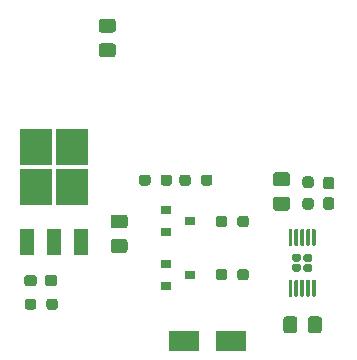
<source format=gbr>
%TF.GenerationSoftware,KiCad,Pcbnew,5.1.10-1.fc34*%
%TF.CreationDate,2021-09-08T08:00:36+01:00*%
%TF.ProjectId,cryosub_power_converter_top_v01,6372796f-7375-4625-9f70-6f7765725f63,rev?*%
%TF.SameCoordinates,Original*%
%TF.FileFunction,Paste,Top*%
%TF.FilePolarity,Positive*%
%FSLAX46Y46*%
G04 Gerber Fmt 4.6, Leading zero omitted, Abs format (unit mm)*
G04 Created by KiCad (PCBNEW 5.1.10-1.fc34) date 2021-09-08 08:00:36*
%MOMM*%
%LPD*%
G01*
G04 APERTURE LIST*
%ADD10R,2.500000X1.800000*%
%ADD11R,0.900000X0.800000*%
%ADD12R,1.200000X2.200000*%
%ADD13R,2.750000X3.050000*%
G04 APERTURE END LIST*
D10*
%TO.C,D3*%
X120000000Y-133600000D03*
X116000000Y-133600000D03*
%TD*%
%TO.C,C6*%
G36*
G01*
X126487500Y-132725000D02*
X126487500Y-131775000D01*
G75*
G02*
X126737500Y-131525000I250000J0D01*
G01*
X127412500Y-131525000D01*
G75*
G02*
X127662500Y-131775000I0J-250000D01*
G01*
X127662500Y-132725000D01*
G75*
G02*
X127412500Y-132975000I-250000J0D01*
G01*
X126737500Y-132975000D01*
G75*
G02*
X126487500Y-132725000I0J250000D01*
G01*
G37*
G36*
G01*
X124412500Y-132725000D02*
X124412500Y-131775000D01*
G75*
G02*
X124662500Y-131525000I250000J0D01*
G01*
X125337500Y-131525000D01*
G75*
G02*
X125587500Y-131775000I0J-250000D01*
G01*
X125587500Y-132725000D01*
G75*
G02*
X125337500Y-132975000I-250000J0D01*
G01*
X124662500Y-132975000D01*
G75*
G02*
X124412500Y-132725000I0J250000D01*
G01*
G37*
%TD*%
%TO.C,R10*%
G36*
G01*
X126737500Y-120662500D02*
X126262500Y-120662500D01*
G75*
G02*
X126025000Y-120425000I0J237500D01*
G01*
X126025000Y-119925000D01*
G75*
G02*
X126262500Y-119687500I237500J0D01*
G01*
X126737500Y-119687500D01*
G75*
G02*
X126975000Y-119925000I0J-237500D01*
G01*
X126975000Y-120425000D01*
G75*
G02*
X126737500Y-120662500I-237500J0D01*
G01*
G37*
G36*
G01*
X126737500Y-122487500D02*
X126262500Y-122487500D01*
G75*
G02*
X126025000Y-122250000I0J237500D01*
G01*
X126025000Y-121750000D01*
G75*
G02*
X126262500Y-121512500I237500J0D01*
G01*
X126737500Y-121512500D01*
G75*
G02*
X126975000Y-121750000I0J-237500D01*
G01*
X126975000Y-122250000D01*
G75*
G02*
X126737500Y-122487500I-237500J0D01*
G01*
G37*
%TD*%
%TO.C,C5*%
G36*
G01*
X124725000Y-120512500D02*
X123775000Y-120512500D01*
G75*
G02*
X123525000Y-120262500I0J250000D01*
G01*
X123525000Y-119587500D01*
G75*
G02*
X123775000Y-119337500I250000J0D01*
G01*
X124725000Y-119337500D01*
G75*
G02*
X124975000Y-119587500I0J-250000D01*
G01*
X124975000Y-120262500D01*
G75*
G02*
X124725000Y-120512500I-250000J0D01*
G01*
G37*
G36*
G01*
X124725000Y-122587500D02*
X123775000Y-122587500D01*
G75*
G02*
X123525000Y-122337500I0J250000D01*
G01*
X123525000Y-121662500D01*
G75*
G02*
X123775000Y-121412500I250000J0D01*
G01*
X124725000Y-121412500D01*
G75*
G02*
X124975000Y-121662500I0J-250000D01*
G01*
X124975000Y-122337500D01*
G75*
G02*
X124725000Y-122587500I-250000J0D01*
G01*
G37*
%TD*%
%TO.C,C4*%
G36*
G01*
X128487500Y-120787500D02*
X128012500Y-120787500D01*
G75*
G02*
X127775000Y-120550000I0J237500D01*
G01*
X127775000Y-119950000D01*
G75*
G02*
X128012500Y-119712500I237500J0D01*
G01*
X128487500Y-119712500D01*
G75*
G02*
X128725000Y-119950000I0J-237500D01*
G01*
X128725000Y-120550000D01*
G75*
G02*
X128487500Y-120787500I-237500J0D01*
G01*
G37*
G36*
G01*
X128487500Y-122512500D02*
X128012500Y-122512500D01*
G75*
G02*
X127775000Y-122275000I0J237500D01*
G01*
X127775000Y-121675000D01*
G75*
G02*
X128012500Y-121437500I237500J0D01*
G01*
X128487500Y-121437500D01*
G75*
G02*
X128725000Y-121675000I0J-237500D01*
G01*
X128725000Y-122275000D01*
G75*
G02*
X128487500Y-122512500I-237500J0D01*
G01*
G37*
%TD*%
%TO.C,C1*%
G36*
G01*
X110975000Y-124087500D02*
X110025000Y-124087500D01*
G75*
G02*
X109775000Y-123837500I0J250000D01*
G01*
X109775000Y-123162500D01*
G75*
G02*
X110025000Y-122912500I250000J0D01*
G01*
X110975000Y-122912500D01*
G75*
G02*
X111225000Y-123162500I0J-250000D01*
G01*
X111225000Y-123837500D01*
G75*
G02*
X110975000Y-124087500I-250000J0D01*
G01*
G37*
G36*
G01*
X110975000Y-126162500D02*
X110025000Y-126162500D01*
G75*
G02*
X109775000Y-125912500I0J250000D01*
G01*
X109775000Y-125237500D01*
G75*
G02*
X110025000Y-124987500I250000J0D01*
G01*
X110975000Y-124987500D01*
G75*
G02*
X111225000Y-125237500I0J-250000D01*
G01*
X111225000Y-125912500D01*
G75*
G02*
X110975000Y-126162500I-250000J0D01*
G01*
G37*
%TD*%
%TO.C,C2*%
G36*
G01*
X105262500Y-128262500D02*
X105262500Y-128737500D01*
G75*
G02*
X105025000Y-128975000I-237500J0D01*
G01*
X104425000Y-128975000D01*
G75*
G02*
X104187500Y-128737500I0J237500D01*
G01*
X104187500Y-128262500D01*
G75*
G02*
X104425000Y-128025000I237500J0D01*
G01*
X105025000Y-128025000D01*
G75*
G02*
X105262500Y-128262500I0J-237500D01*
G01*
G37*
G36*
G01*
X103537500Y-128262500D02*
X103537500Y-128737500D01*
G75*
G02*
X103300000Y-128975000I-237500J0D01*
G01*
X102700000Y-128975000D01*
G75*
G02*
X102462500Y-128737500I0J237500D01*
G01*
X102462500Y-128262500D01*
G75*
G02*
X102700000Y-128025000I237500J0D01*
G01*
X103300000Y-128025000D01*
G75*
G02*
X103537500Y-128262500I0J-237500D01*
G01*
G37*
%TD*%
%TO.C,C3*%
G36*
G01*
X109025000Y-106337500D02*
X109975000Y-106337500D01*
G75*
G02*
X110225000Y-106587500I0J-250000D01*
G01*
X110225000Y-107262500D01*
G75*
G02*
X109975000Y-107512500I-250000J0D01*
G01*
X109025000Y-107512500D01*
G75*
G02*
X108775000Y-107262500I0J250000D01*
G01*
X108775000Y-106587500D01*
G75*
G02*
X109025000Y-106337500I250000J0D01*
G01*
G37*
G36*
G01*
X109025000Y-108412500D02*
X109975000Y-108412500D01*
G75*
G02*
X110225000Y-108662500I0J-250000D01*
G01*
X110225000Y-109337500D01*
G75*
G02*
X109975000Y-109587500I-250000J0D01*
G01*
X109025000Y-109587500D01*
G75*
G02*
X108775000Y-109337500I0J250000D01*
G01*
X108775000Y-108662500D01*
G75*
G02*
X109025000Y-108412500I250000J0D01*
G01*
G37*
%TD*%
D11*
%TO.C,Q1*%
X116500000Y-123450000D03*
X114500000Y-124400000D03*
X114500000Y-122500000D03*
%TD*%
%TO.C,Q2*%
X114500000Y-127100000D03*
X114500000Y-129000000D03*
X116500000Y-128050000D03*
%TD*%
D12*
%TO.C,Q3*%
X102720000Y-125200000D03*
X105000000Y-125200000D03*
X107280000Y-125200000D03*
D13*
X106525000Y-117225000D03*
X103475000Y-120575000D03*
X103475000Y-117225000D03*
X106525000Y-120575000D03*
%TD*%
%TO.C,R1*%
G36*
G01*
X112187500Y-120237500D02*
X112187500Y-119762500D01*
G75*
G02*
X112425000Y-119525000I237500J0D01*
G01*
X112925000Y-119525000D01*
G75*
G02*
X113162500Y-119762500I0J-237500D01*
G01*
X113162500Y-120237500D01*
G75*
G02*
X112925000Y-120475000I-237500J0D01*
G01*
X112425000Y-120475000D01*
G75*
G02*
X112187500Y-120237500I0J237500D01*
G01*
G37*
G36*
G01*
X114012500Y-120237500D02*
X114012500Y-119762500D01*
G75*
G02*
X114250000Y-119525000I237500J0D01*
G01*
X114750000Y-119525000D01*
G75*
G02*
X114987500Y-119762500I0J-237500D01*
G01*
X114987500Y-120237500D01*
G75*
G02*
X114750000Y-120475000I-237500J0D01*
G01*
X114250000Y-120475000D01*
G75*
G02*
X114012500Y-120237500I0J237500D01*
G01*
G37*
%TD*%
%TO.C,R2*%
G36*
G01*
X117425000Y-120237500D02*
X117425000Y-119762500D01*
G75*
G02*
X117662500Y-119525000I237500J0D01*
G01*
X118162500Y-119525000D01*
G75*
G02*
X118400000Y-119762500I0J-237500D01*
G01*
X118400000Y-120237500D01*
G75*
G02*
X118162500Y-120475000I-237500J0D01*
G01*
X117662500Y-120475000D01*
G75*
G02*
X117425000Y-120237500I0J237500D01*
G01*
G37*
G36*
G01*
X115600000Y-120237500D02*
X115600000Y-119762500D01*
G75*
G02*
X115837500Y-119525000I237500J0D01*
G01*
X116337500Y-119525000D01*
G75*
G02*
X116575000Y-119762500I0J-237500D01*
G01*
X116575000Y-120237500D01*
G75*
G02*
X116337500Y-120475000I-237500J0D01*
G01*
X115837500Y-120475000D01*
G75*
G02*
X115600000Y-120237500I0J237500D01*
G01*
G37*
%TD*%
%TO.C,R3*%
G36*
G01*
X121487500Y-123262500D02*
X121487500Y-123737500D01*
G75*
G02*
X121250000Y-123975000I-237500J0D01*
G01*
X120750000Y-123975000D01*
G75*
G02*
X120512500Y-123737500I0J237500D01*
G01*
X120512500Y-123262500D01*
G75*
G02*
X120750000Y-123025000I237500J0D01*
G01*
X121250000Y-123025000D01*
G75*
G02*
X121487500Y-123262500I0J-237500D01*
G01*
G37*
G36*
G01*
X119662500Y-123262500D02*
X119662500Y-123737500D01*
G75*
G02*
X119425000Y-123975000I-237500J0D01*
G01*
X118925000Y-123975000D01*
G75*
G02*
X118687500Y-123737500I0J237500D01*
G01*
X118687500Y-123262500D01*
G75*
G02*
X118925000Y-123025000I237500J0D01*
G01*
X119425000Y-123025000D01*
G75*
G02*
X119662500Y-123262500I0J-237500D01*
G01*
G37*
%TD*%
%TO.C,R7*%
G36*
G01*
X121487500Y-127762500D02*
X121487500Y-128237500D01*
G75*
G02*
X121250000Y-128475000I-237500J0D01*
G01*
X120750000Y-128475000D01*
G75*
G02*
X120512500Y-128237500I0J237500D01*
G01*
X120512500Y-127762500D01*
G75*
G02*
X120750000Y-127525000I237500J0D01*
G01*
X121250000Y-127525000D01*
G75*
G02*
X121487500Y-127762500I0J-237500D01*
G01*
G37*
G36*
G01*
X119662500Y-127762500D02*
X119662500Y-128237500D01*
G75*
G02*
X119425000Y-128475000I-237500J0D01*
G01*
X118925000Y-128475000D01*
G75*
G02*
X118687500Y-128237500I0J237500D01*
G01*
X118687500Y-127762500D01*
G75*
G02*
X118925000Y-127525000I237500J0D01*
G01*
X119425000Y-127525000D01*
G75*
G02*
X119662500Y-127762500I0J-237500D01*
G01*
G37*
%TD*%
%TO.C,R9*%
G36*
G01*
X102512500Y-130737500D02*
X102512500Y-130262500D01*
G75*
G02*
X102750000Y-130025000I237500J0D01*
G01*
X103250000Y-130025000D01*
G75*
G02*
X103487500Y-130262500I0J-237500D01*
G01*
X103487500Y-130737500D01*
G75*
G02*
X103250000Y-130975000I-237500J0D01*
G01*
X102750000Y-130975000D01*
G75*
G02*
X102512500Y-130737500I0J237500D01*
G01*
G37*
G36*
G01*
X104337500Y-130737500D02*
X104337500Y-130262500D01*
G75*
G02*
X104575000Y-130025000I237500J0D01*
G01*
X105075000Y-130025000D01*
G75*
G02*
X105312500Y-130262500I0J-237500D01*
G01*
X105312500Y-130737500D01*
G75*
G02*
X105075000Y-130975000I-237500J0D01*
G01*
X104575000Y-130975000D01*
G75*
G02*
X104337500Y-130737500I0J237500D01*
G01*
G37*
%TD*%
%TO.C,U1*%
G36*
G01*
X125075000Y-129875000D02*
X124925000Y-129875000D01*
G75*
G02*
X124850000Y-129800000I0J75000D01*
G01*
X124850000Y-128500000D01*
G75*
G02*
X124925000Y-128425000I75000J0D01*
G01*
X125075000Y-128425000D01*
G75*
G02*
X125150000Y-128500000I0J-75000D01*
G01*
X125150000Y-129800000D01*
G75*
G02*
X125075000Y-129875000I-75000J0D01*
G01*
G37*
G36*
G01*
X125575000Y-129875000D02*
X125425000Y-129875000D01*
G75*
G02*
X125350000Y-129800000I0J75000D01*
G01*
X125350000Y-128500000D01*
G75*
G02*
X125425000Y-128425000I75000J0D01*
G01*
X125575000Y-128425000D01*
G75*
G02*
X125650000Y-128500000I0J-75000D01*
G01*
X125650000Y-129800000D01*
G75*
G02*
X125575000Y-129875000I-75000J0D01*
G01*
G37*
G36*
G01*
X126075000Y-129875000D02*
X125925000Y-129875000D01*
G75*
G02*
X125850000Y-129800000I0J75000D01*
G01*
X125850000Y-128500000D01*
G75*
G02*
X125925000Y-128425000I75000J0D01*
G01*
X126075000Y-128425000D01*
G75*
G02*
X126150000Y-128500000I0J-75000D01*
G01*
X126150000Y-129800000D01*
G75*
G02*
X126075000Y-129875000I-75000J0D01*
G01*
G37*
G36*
G01*
X126575000Y-129875000D02*
X126425000Y-129875000D01*
G75*
G02*
X126350000Y-129800000I0J75000D01*
G01*
X126350000Y-128500000D01*
G75*
G02*
X126425000Y-128425000I75000J0D01*
G01*
X126575000Y-128425000D01*
G75*
G02*
X126650000Y-128500000I0J-75000D01*
G01*
X126650000Y-129800000D01*
G75*
G02*
X126575000Y-129875000I-75000J0D01*
G01*
G37*
G36*
G01*
X127075000Y-129875000D02*
X126925000Y-129875000D01*
G75*
G02*
X126850000Y-129800000I0J75000D01*
G01*
X126850000Y-128500000D01*
G75*
G02*
X126925000Y-128425000I75000J0D01*
G01*
X127075000Y-128425000D01*
G75*
G02*
X127150000Y-128500000I0J-75000D01*
G01*
X127150000Y-129800000D01*
G75*
G02*
X127075000Y-129875000I-75000J0D01*
G01*
G37*
G36*
G01*
X127075000Y-125575000D02*
X126925000Y-125575000D01*
G75*
G02*
X126850000Y-125500000I0J75000D01*
G01*
X126850000Y-124200000D01*
G75*
G02*
X126925000Y-124125000I75000J0D01*
G01*
X127075000Y-124125000D01*
G75*
G02*
X127150000Y-124200000I0J-75000D01*
G01*
X127150000Y-125500000D01*
G75*
G02*
X127075000Y-125575000I-75000J0D01*
G01*
G37*
G36*
G01*
X126575000Y-125575000D02*
X126425000Y-125575000D01*
G75*
G02*
X126350000Y-125500000I0J75000D01*
G01*
X126350000Y-124200000D01*
G75*
G02*
X126425000Y-124125000I75000J0D01*
G01*
X126575000Y-124125000D01*
G75*
G02*
X126650000Y-124200000I0J-75000D01*
G01*
X126650000Y-125500000D01*
G75*
G02*
X126575000Y-125575000I-75000J0D01*
G01*
G37*
G36*
G01*
X126075000Y-125575000D02*
X125925000Y-125575000D01*
G75*
G02*
X125850000Y-125500000I0J75000D01*
G01*
X125850000Y-124200000D01*
G75*
G02*
X125925000Y-124125000I75000J0D01*
G01*
X126075000Y-124125000D01*
G75*
G02*
X126150000Y-124200000I0J-75000D01*
G01*
X126150000Y-125500000D01*
G75*
G02*
X126075000Y-125575000I-75000J0D01*
G01*
G37*
G36*
G01*
X125575000Y-125575000D02*
X125425000Y-125575000D01*
G75*
G02*
X125350000Y-125500000I0J75000D01*
G01*
X125350000Y-124200000D01*
G75*
G02*
X125425000Y-124125000I75000J0D01*
G01*
X125575000Y-124125000D01*
G75*
G02*
X125650000Y-124200000I0J-75000D01*
G01*
X125650000Y-125500000D01*
G75*
G02*
X125575000Y-125575000I-75000J0D01*
G01*
G37*
G36*
G01*
X125075000Y-125575000D02*
X124925000Y-125575000D01*
G75*
G02*
X124850000Y-125500000I0J75000D01*
G01*
X124850000Y-124200000D01*
G75*
G02*
X124925000Y-124125000I75000J0D01*
G01*
X125075000Y-124125000D01*
G75*
G02*
X125150000Y-124200000I0J-75000D01*
G01*
X125150000Y-125500000D01*
G75*
G02*
X125075000Y-125575000I-75000J0D01*
G01*
G37*
G36*
G01*
X125740000Y-127760000D02*
X125320000Y-127760000D01*
G75*
G02*
X125150000Y-127590000I0J170000D01*
G01*
X125150000Y-127250000D01*
G75*
G02*
X125320000Y-127080000I170000J0D01*
G01*
X125740000Y-127080000D01*
G75*
G02*
X125910000Y-127250000I0J-170000D01*
G01*
X125910000Y-127590000D01*
G75*
G02*
X125740000Y-127760000I-170000J0D01*
G01*
G37*
G36*
G01*
X126680000Y-127760000D02*
X126260000Y-127760000D01*
G75*
G02*
X126090000Y-127590000I0J170000D01*
G01*
X126090000Y-127250000D01*
G75*
G02*
X126260000Y-127080000I170000J0D01*
G01*
X126680000Y-127080000D01*
G75*
G02*
X126850000Y-127250000I0J-170000D01*
G01*
X126850000Y-127590000D01*
G75*
G02*
X126680000Y-127760000I-170000J0D01*
G01*
G37*
G36*
G01*
X125740000Y-126920000D02*
X125320000Y-126920000D01*
G75*
G02*
X125150000Y-126750000I0J170000D01*
G01*
X125150000Y-126410000D01*
G75*
G02*
X125320000Y-126240000I170000J0D01*
G01*
X125740000Y-126240000D01*
G75*
G02*
X125910000Y-126410000I0J-170000D01*
G01*
X125910000Y-126750000D01*
G75*
G02*
X125740000Y-126920000I-170000J0D01*
G01*
G37*
G36*
G01*
X126680000Y-126920000D02*
X126260000Y-126920000D01*
G75*
G02*
X126090000Y-126750000I0J170000D01*
G01*
X126090000Y-126410000D01*
G75*
G02*
X126260000Y-126240000I170000J0D01*
G01*
X126680000Y-126240000D01*
G75*
G02*
X126850000Y-126410000I0J-170000D01*
G01*
X126850000Y-126750000D01*
G75*
G02*
X126680000Y-126920000I-170000J0D01*
G01*
G37*
%TD*%
M02*

</source>
